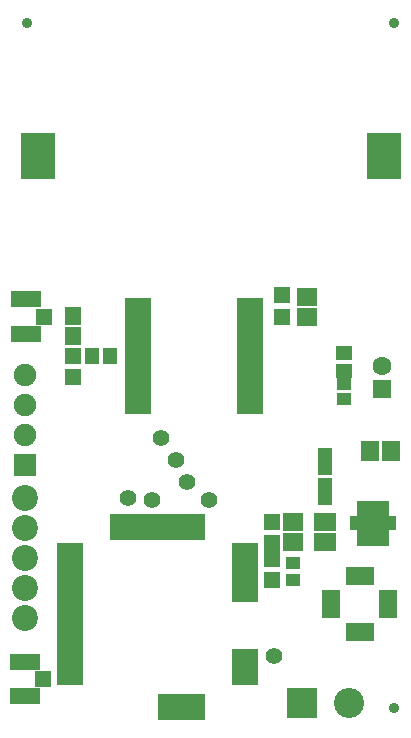
<source format=gts>
G04*
G04 #@! TF.GenerationSoftware,Altium Limited,Altium Designer,20.2.7 (254)*
G04*
G04 Layer_Color=8388736*
%FSLAX44Y44*%
%MOMM*%
G71*
G04*
G04 #@! TF.SameCoordinates,2281EFF5-857D-4E86-B53A-B943DB852D4A*
G04*
G04*
G04 #@! TF.FilePolarity,Negative*
G04*
G01*
G75*
%ADD14R,1.4000X1.2000*%
%ADD15R,1.2000X1.4000*%
%ADD16R,1.5000X2.4000*%
%ADD17R,2.4000X1.5000*%
%ADD18R,0.6400X1.0000*%
%ADD19R,2.8000X2.0500*%
%ADD20R,1.0000X0.6500*%
%ADD21R,2.2000X1.1000*%
%ADD22R,2.2000X1.2000*%
%ADD23C,1.4000*%
%ADD24R,1.2000X1.0000*%
%ADD25R,1.4500X1.4000*%
%ADD26R,2.6000X1.4500*%
%ADD27R,1.1000X2.2000*%
%ADD28R,1.4500X1.4000*%
%ADD29R,1.3000X1.1000*%
%ADD30R,1.8000X1.6000*%
%ADD31R,3.0000X3.9600*%
%ADD32R,1.4800X1.6200*%
%ADD33R,1.6000X1.8000*%
%ADD34R,1.8500X1.6500*%
%ADD35R,1.2500X1.2500*%
%ADD36C,2.2000*%
%ADD37C,1.9000*%
%ADD38R,1.9000X1.9000*%
%ADD39R,2.5500X2.5500*%
%ADD40C,2.5500*%
%ADD41C,0.9000*%
%ADD42C,1.6000*%
%ADD43R,1.6000X1.6000*%
D14*
X2183856Y1474958D02*
D03*
Y1459958D02*
D03*
D15*
X1970398Y1472946D02*
D03*
X1985398D02*
D03*
D16*
X2221124Y1262534D02*
D03*
X2173124D02*
D03*
D17*
X2197124Y1238534D02*
D03*
Y1286534D02*
D03*
D18*
X2198584Y1317144D02*
D03*
X2203584D02*
D03*
X2208584D02*
D03*
X2213584D02*
D03*
X2218584D02*
D03*
Y1345144D02*
D03*
X2213584D02*
D03*
X2208584D02*
D03*
X2203584D02*
D03*
X2198584D02*
D03*
D19*
X2208584Y1331144D02*
D03*
D20*
X2194084Y1333644D02*
D03*
Y1328644D02*
D03*
X2223084Y1333644D02*
D03*
Y1328644D02*
D03*
D21*
X2104356Y1428958D02*
D03*
Y1516958D02*
D03*
X2009356D02*
D03*
Y1428958D02*
D03*
X1952216Y1199058D02*
D03*
Y1209058D02*
D03*
Y1219058D02*
D03*
Y1229058D02*
D03*
Y1239058D02*
D03*
Y1249058D02*
D03*
Y1259058D02*
D03*
Y1269058D02*
D03*
Y1279058D02*
D03*
Y1289058D02*
D03*
Y1299058D02*
D03*
Y1309058D02*
D03*
X2100216Y1199058D02*
D03*
Y1209058D02*
D03*
Y1219058D02*
D03*
Y1269058D02*
D03*
Y1279058D02*
D03*
Y1289058D02*
D03*
Y1299058D02*
D03*
Y1309058D02*
D03*
D22*
X2104356Y1439958D02*
D03*
Y1450958D02*
D03*
Y1461958D02*
D03*
Y1472958D02*
D03*
Y1483958D02*
D03*
Y1494958D02*
D03*
Y1505958D02*
D03*
X2009356D02*
D03*
Y1494958D02*
D03*
Y1483958D02*
D03*
Y1472958D02*
D03*
Y1461958D02*
D03*
Y1450958D02*
D03*
Y1439958D02*
D03*
D23*
X2028856Y1403458D02*
D03*
X2051304Y1366266D02*
D03*
X2069846Y1350772D02*
D03*
X2001266Y1352550D02*
D03*
X2021078Y1350772D02*
D03*
X2041856Y1384458D02*
D03*
X2124650Y1218946D02*
D03*
D24*
X2183856Y1448958D02*
D03*
Y1435958D02*
D03*
D25*
X1929135Y1199134D02*
D03*
X1930151Y1505738D02*
D03*
D26*
X1913885Y1184384D02*
D03*
Y1213884D02*
D03*
X1914901Y1490988D02*
D03*
Y1520488D02*
D03*
D27*
X2031216Y1175058D02*
D03*
X2041216D02*
D03*
X2051216D02*
D03*
X2061216D02*
D03*
Y1328058D02*
D03*
X2051216D02*
D03*
X2041216D02*
D03*
X2031216D02*
D03*
X2021216D02*
D03*
X2011216D02*
D03*
X2001216D02*
D03*
X1991216D02*
D03*
D28*
X2123126Y1283088D02*
D03*
Y1301088D02*
D03*
X2122856Y1314338D02*
D03*
Y1332338D02*
D03*
X2131060Y1505966D02*
D03*
Y1523966D02*
D03*
X1954276Y1472946D02*
D03*
Y1454946D02*
D03*
D29*
X2140966Y1296954D02*
D03*
Y1282954D02*
D03*
D30*
X2140906Y1315348D02*
D03*
Y1332348D02*
D03*
X2152904Y1522966D02*
D03*
Y1505966D02*
D03*
D31*
X1924356Y1641958D02*
D03*
X2217356D02*
D03*
D32*
X1954356Y1506518D02*
D03*
Y1489718D02*
D03*
D33*
X2206246Y1392458D02*
D03*
X2223246D02*
D03*
D34*
X2167784Y1314994D02*
D03*
Y1331994D02*
D03*
D35*
X2167434Y1377684D02*
D03*
Y1388684D02*
D03*
Y1352284D02*
D03*
Y1363284D02*
D03*
D36*
X1913856Y1250658D02*
D03*
Y1276058D02*
D03*
Y1301458D02*
D03*
Y1326858D02*
D03*
Y1352258D02*
D03*
D37*
Y1456258D02*
D03*
Y1430858D02*
D03*
Y1405458D02*
D03*
D38*
Y1380058D02*
D03*
D39*
X2148598Y1178844D02*
D03*
D40*
X2188198D02*
D03*
D41*
X2225856Y1174458D02*
D03*
X1915856Y1754458D02*
D03*
X2225856D02*
D03*
D42*
X2215856Y1464458D02*
D03*
D43*
Y1444458D02*
D03*
M02*

</source>
